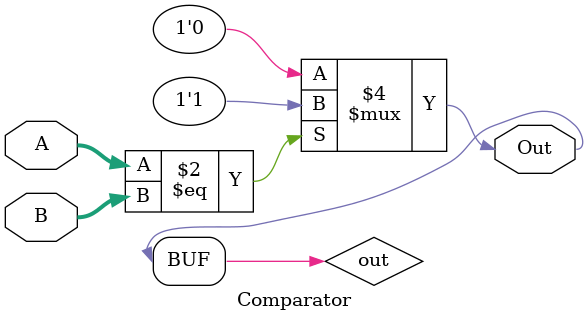
<source format=v>
module Comparator(A, B, Out);
	input [15:0] A, B;
	output Out;
	reg out;
assign Out = out;
always @(A or B or Out)
	begin
		if(A == B)
			begin
				out <= 1;
			end
		else
			begin
				out <= 0;
			end

	end
endmodule

</source>
